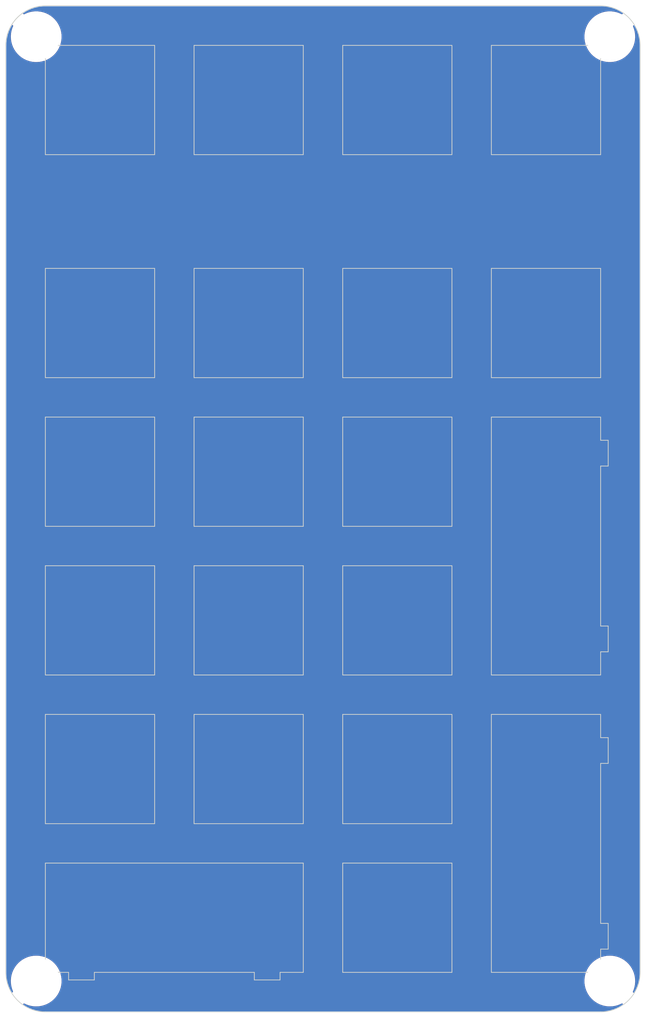
<source format=kicad_pcb>
(kicad_pcb (version 20221018) (generator pcbnew)
  (layers (0 "F.Cu" signal) (31 "B.Cu" signal) (34 "B.Paste" user) (35 "F.Paste" user) (36 "B.SilkS" user "B.Silkscreen") (37 "F.SilkS" user "F.Silkscreen") (38 "B.Mask" user) (39 "F.Mask" user) (44 "Edge.Cuts" user))
  (net 0 "")
  (footprint "" (layer "F.Cu") (at 181.357135 30.7817)
    (fp_text reference "" (at 0 0) (layer "F.SilkS") (effects (font (size 1.27 1.27))))
    (fp_text value "" (at 0 0) (layer "F.SilkS") (effects (font (size 1.27 1.27))))
    (pad "1" np_thru_hole circle (at 0 0 180) (size 6 6) (drill 6) (layers "*.Cu" "*.Mask"))
  )
  (footprint "" (layer "F.Cu") (at 181.357135 151.7817)
    (fp_text reference "" (at 0 0) (layer "F.SilkS") (effects (font (size 1.27 1.27))))
    (fp_text value "" (at 0 0) (layer "F.SilkS") (effects (font (size 1.27 1.27))))
    (pad "1" np_thru_hole circle (at 0 0 180) (size 6 6) (drill 6) (layers "*.Cu" "*.Mask"))
  )
  (footprint "" (layer "F.Cu") (at 107.857135 151.7817)
    (fp_text reference "" (at 0 0) (layer "F.SilkS") (effects (font (size 1.27 1.27))))
    (fp_text value "" (at 0 0) (layer "F.SilkS") (effects (font (size 1.27 1.27))))
    (pad "1" np_thru_hole circle (at 0 0 90) (size 6 6) (drill 6) (layers "*.Cu" "*.Mask"))
  )
  (footprint "" (layer "F.Cu") (at 107.857135 30.7817)
    (fp_text reference "" (at 0 0) (layer "F.SilkS") (effects (font (size 1.27 1.27))))
    (fp_text value "" (at 0 0) (layer "F.SilkS") (effects (font (size 1.27 1.27))))
    (pad "1" np_thru_hole circle (at 0 0 180) (size 6 6) (drill 6) (layers "*.Cu" "*.Mask"))
  )
  (gr_line (start 115.3059 150.66856) (end 135.80695 150.66856) (stroke (width 0.1)) (layer "Edge.Cuts"))
  (gr_line (start 161.13105 131.6186) (end 147.13175 131.6186) (stroke (width 0.1)) (layer "Edge.Cuts"))
  (gr_line (start 147.13175 79.5191) (end 161.13105 79.5191) (stroke (width 0.1)) (layer "Edge.Cuts"))
  (gr_line (start 180.18105 106.2943) (end 180.18105 85.7933) (stroke (width 0.1)) (layer "Edge.Cuts"))
  (gr_line (start 128.08175 131.6186) (end 128.08175 117.6192) (stroke (width 0.1)) (layer "Edge.Cuts"))
  (gr_line (start 139.10605 150.66856) (end 142.08105 150.66856) (stroke (width 0.1)) (layer "Edge.Cuts"))
  (gr_line (start 139.10605 151.6387) (end 139.10605 150.66856) (stroke (width 0.1)) (layer "Edge.Cuts"))
  (gr_line (start 109.0317 117.6192) (end 123.03125 117.6192) (stroke (width 0.1)) (layer "Edge.Cuts"))
  (gr_line (start 103.967135 150.6542) (end 103.967135 31.9092) (stroke (width 0.1)) (layer "Edge.Cuts"))
  (gr_line (start 123.03125 74.4684) (end 109.0317 74.4684) (stroke (width 0.1)) (layer "Edge.Cuts"))
  (gr_line (start 109.0317 60.4691) (end 123.03125 60.4691) (stroke (width 0.1)) (layer "Edge.Cuts"))
  (gr_arc (start 180.167135 26.8292) (mid 183.759237 28.317098) (end 185.247135 31.9092) (stroke (width 0.1)) (layer "Edge.Cuts"))
  (gr_line (start 147.13175 150.66856) (end 147.13175 136.6691) (stroke (width 0.1)) (layer "Edge.Cuts"))
  (gr_line (start 161.13105 31.8942) (end 161.13105 45.8932) (stroke (width 0.1)) (layer "Edge.Cuts"))
  (gr_line (start 142.08105 131.6186) (end 128.08175 131.6186) (stroke (width 0.1)) (layer "Edge.Cuts"))
  (gr_line (start 166.18175 45.8932) (end 166.18175 31.8942) (stroke (width 0.1)) (layer "Edge.Cuts"))
  (gr_line (start 161.13105 112.5684) (end 147.13175 112.5684) (stroke (width 0.1)) (layer "Edge.Cuts"))
  (gr_line (start 135.80695 151.6387) (end 139.10605 151.6387) (stroke (width 0.1)) (layer "Edge.Cuts"))
  (gr_line (start 180.18105 31.8942) (end 180.18105 45.8932) (stroke (width 0.1)) (layer "Edge.Cuts"))
  (gr_line (start 123.03125 31.8942) (end 123.03125 45.8932) (stroke (width 0.1)) (layer "Edge.Cuts"))
  (gr_line (start 147.13175 93.5184) (end 147.13175 79.5191) (stroke (width 0.1)) (layer "Edge.Cuts"))
  (gr_line (start 123.03125 79.5191) (end 123.03125 93.5184) (stroke (width 0.1)) (layer "Edge.Cuts"))
  (gr_line (start 166.18175 112.5684) (end 180.18105 112.5684) (stroke (width 0.1)) (layer "Edge.Cuts"))
  (gr_line (start 123.03125 131.6186) (end 109.0317 131.6186) (stroke (width 0.1)) (layer "Edge.Cuts"))
  (gr_line (start 142.08105 93.5184) (end 128.08175 93.5184) (stroke (width 0.1)) (layer "Edge.Cuts"))
  (gr_line (start 109.0317 31.8942) (end 123.03125 31.8942) (stroke (width 0.1)) (layer "Edge.Cuts"))
  (gr_line (start 142.08105 74.4684) (end 128.08175 74.4684) (stroke (width 0.1)) (layer "Edge.Cuts"))
  (gr_line (start 180.18105 82.4941) (end 180.18105 79.5191) (stroke (width 0.1)) (layer "Edge.Cuts"))
  (gr_line (start 180.18105 147.69339) (end 181.15115 147.69339) (stroke (width 0.1)) (layer "Edge.Cuts"))
  (gr_line (start 166.18175 150.66856) (end 180.18105 150.66856) (stroke (width 0.1)) (layer "Edge.Cuts"))
  (gr_line (start 180.18105 60.4691) (end 180.18105 74.4684) (stroke (width 0.1)) (layer "Edge.Cuts"))
  (gr_line (start 109.047135 26.8292) (end 180.167135 26.8292) (stroke (width 0.1)) (layer "Edge.Cuts"))
  (gr_line (start 109.0317 45.8932) (end 109.0317 31.8942) (stroke (width 0.1)) (layer "Edge.Cuts"))
  (gr_line (start 180.18105 74.4684) (end 166.18175 74.4684) (stroke (width 0.1)) (layer "Edge.Cuts"))
  (gr_line (start 180.18105 109.5935) (end 181.15115 109.5935) (stroke (width 0.1)) (layer "Edge.Cuts"))
  (gr_line (start 161.13105 45.8932) (end 147.13175 45.8932) (stroke (width 0.1)) (layer "Edge.Cuts"))
  (gr_line (start 180.18105 117.6192) (end 166.18175 117.6192) (stroke (width 0.1)) (layer "Edge.Cuts"))
  (gr_line (start 142.08105 150.66856) (end 142.08105 136.6691) (stroke (width 0.1)) (layer "Edge.Cuts"))
  (gr_line (start 180.18105 144.39435) (end 180.18105 123.8933) (stroke (width 0.1)) (layer "Edge.Cuts"))
  (gr_line (start 161.13105 74.4684) (end 147.13175 74.4684) (stroke (width 0.1)) (layer "Edge.Cuts"))
  (gr_line (start 147.13175 112.5684) (end 147.13175 98.5691) (stroke (width 0.1)) (layer "Edge.Cuts"))
  (gr_line (start 112.00689 150.66856) (end 112.00689 151.6387) (stroke (width 0.1)) (layer "Edge.Cuts"))
  (gr_arc (start 103.967135 31.9092) (mid 105.455033 28.317098) (end 109.047135 26.8292) (stroke (width 0.1)) (layer "Edge.Cuts"))
  (gr_line (start 109.0317 74.4684) (end 109.0317 60.4691) (stroke (width 0.1)) (layer "Edge.Cuts"))
  (gr_line (start 147.13175 60.4691) (end 161.13105 60.4691) (stroke (width 0.1)) (layer "Edge.Cuts"))
  (gr_line (start 128.08175 93.5184) (end 128.08175 79.5191) (stroke (width 0.1)) (layer "Edge.Cuts"))
  (gr_line (start 147.13175 74.4684) (end 147.13175 60.4691) (stroke (width 0.1)) (layer "Edge.Cuts"))
  (gr_line (start 128.08175 45.8932) (end 128.08175 31.8942) (stroke (width 0.1)) (layer "Edge.Cuts"))
  (gr_line (start 123.03125 60.4691) (end 123.03125 74.4684) (stroke (width 0.1)) (layer "Edge.Cuts"))
  (gr_line (start 109.0317 112.5684) (end 109.0317 98.5691) (stroke (width 0.1)) (layer "Edge.Cuts"))
  (gr_line (start 181.15115 85.7933) (end 181.15115 82.4941) (stroke (width 0.1)) (layer "Edge.Cuts"))
  (gr_line (start 142.08105 60.4691) (end 142.08105 74.4684) (stroke (width 0.1)) (layer "Edge.Cuts"))
  (gr_line (start 161.13105 79.5191) (end 161.13105 93.5184) (stroke (width 0.1)) (layer "Edge.Cuts"))
  (gr_line (start 180.18105 123.8933) (end 181.15115 123.8933) (stroke (width 0.1)) (layer "Edge.Cuts"))
  (gr_line (start 128.08175 112.5684) (end 128.08175 98.5691) (stroke (width 0.1)) (layer "Edge.Cuts"))
  (gr_line (start 142.08105 112.5684) (end 128.08175 112.5684) (stroke (width 0.1)) (layer "Edge.Cuts"))
  (gr_line (start 166.18175 74.4684) (end 166.18175 60.4691) (stroke (width 0.1)) (layer "Edge.Cuts"))
  (gr_line (start 109.0317 98.5691) (end 123.03125 98.5691) (stroke (width 0.1)) (layer "Edge.Cuts"))
  (gr_line (start 166.18175 117.6192) (end 166.18175 150.66856) (stroke (width 0.1)) (layer "Edge.Cuts"))
  (gr_line (start 135.80695 150.66856) (end 135.80695 151.6387) (stroke (width 0.1)) (layer "Edge.Cuts"))
  (gr_line (start 181.15115 120.5943) (end 180.18105 120.5943) (stroke (width 0.1)) (layer "Edge.Cuts"))
  (gr_line (start 115.3059 151.6387) (end 115.3059 150.66856) (stroke (width 0.1)) (layer "Edge.Cuts"))
  (gr_line (start 123.03125 112.5684) (end 109.0317 112.5684) (stroke (width 0.1)) (layer "Edge.Cuts"))
  (gr_line (start 147.13175 117.6192) (end 161.13105 117.6192) (stroke (width 0.1)) (layer "Edge.Cuts"))
  (gr_line (start 161.13105 150.66856) (end 147.13175 150.66856) (stroke (width 0.1)) (layer "Edge.Cuts"))
  (gr_line (start 181.15115 106.2943) (end 180.18105 106.2943) (stroke (width 0.1)) (layer "Edge.Cuts"))
  (gr_line (start 181.15115 82.4941) (end 180.18105 82.4941) (stroke (width 0.1)) (layer "Edge.Cuts"))
  (gr_arc (start 109.047135 155.7342) (mid 105.455033 154.246302) (end 103.967135 150.6542) (stroke (width 0.1)) (layer "Edge.Cuts"))
  (gr_line (start 142.08105 117.6192) (end 142.08105 131.6186) (stroke (width 0.1)) (layer "Edge.Cuts"))
  (gr_line (start 142.08105 45.8932) (end 128.08175 45.8932) (stroke (width 0.1)) (layer "Edge.Cuts"))
  (gr_line (start 128.08175 98.5691) (end 142.08105 98.5691) (stroke (width 0.1)) (layer "Edge.Cuts"))
  (gr_line (start 128.08175 79.5191) (end 142.08105 79.5191) (stroke (width 0.1)) (layer "Edge.Cuts"))
  (gr_line (start 166.18175 79.5191) (end 166.18175 112.5684) (stroke (width 0.1)) (layer "Edge.Cuts"))
  (gr_line (start 142.08105 136.6691) (end 109.0317 136.6691) (stroke (width 0.1)) (layer "Edge.Cuts"))
  (gr_arc (start 185.247135 150.6542) (mid 183.759237 154.246302) (end 180.167135 155.7342) (stroke (width 0.1)) (layer "Edge.Cuts"))
  (gr_line (start 128.08175 74.4684) (end 128.08175 60.4691) (stroke (width 0.1)) (layer "Edge.Cuts"))
  (gr_line (start 147.13175 98.5691) (end 161.13105 98.5691) (stroke (width 0.1)) (layer "Edge.Cuts"))
  (gr_line (start 180.18105 150.66856) (end 180.18105 147.69339) (stroke (width 0.1)) (layer "Edge.Cuts"))
  (gr_line (start 123.03125 117.6192) (end 123.03125 131.6186) (stroke (width 0.1)) (layer "Edge.Cuts"))
  (gr_line (start 181.15115 123.8933) (end 181.15115 120.5943) (stroke (width 0.1)) (layer "Edge.Cuts"))
  (gr_line (start 180.167135 155.7342) (end 109.047135 155.7342) (stroke (width 0.1)) (layer "Edge.Cuts"))
  (gr_line (start 185.247135 31.9092) (end 185.247135 150.6542) (stroke (width 0.1)) (layer "Edge.Cuts"))
  (gr_line (start 109.0317 150.66856) (end 112.00689 150.66856) (stroke (width 0.1)) (layer "Edge.Cuts"))
  (gr_line (start 128.08175 31.8942) (end 142.08105 31.8942) (stroke (width 0.1)) (layer "Edge.Cuts"))
  (gr_line (start 109.047135 26.8292) (end 180.167135 26.8292) (stroke (width 0.1)) (layer "Edge.Cuts"))
  (gr_line (start 147.13175 136.6691) (end 161.13105 136.6691) (stroke (width 0.1)) (layer "Edge.Cuts"))
  (gr_line (start 161.13105 60.4691) (end 161.13105 74.4684) (stroke (width 0.1)) (layer "Edge.Cuts"))
  (gr_line (start 142.08105 79.5191) (end 142.08105 93.5184) (stroke (width 0.1)) (layer "Edge.Cuts"))
  (gr_line (start 166.18175 60.4691) (end 180.18105 60.4691) (stroke (width 0.1)) (layer "Edge.Cuts"))
  (gr_line (start 109.0317 131.6186) (end 109.0317 117.6192) (stroke (width 0.1)) (layer "Edge.Cuts"))
  (gr_line (start 142.08105 31.8942) (end 142.08105 45.8932) (stroke (width 0.1)) (layer "Edge.Cuts"))
  (gr_line (start 109.0317 79.5191) (end 123.03125 79.5191) (stroke (width 0.1)) (layer "Edge.Cuts"))
  (gr_line (start 180.18105 85.7933) (end 181.15115 85.7933) (stroke (width 0.1)) (layer "Edge.Cuts"))
  (gr_line (start 180.18105 120.5943) (end 180.18105 117.6192) (stroke (width 0.1)) (layer "Edge.Cuts"))
  (gr_line (start 181.15115 109.5935) (end 181.15115 106.2943) (stroke (width 0.1)) (layer "Edge.Cuts"))
  (gr_line (start 147.13175 131.6186) (end 147.13175 117.6192) (stroke (width 0.1)) (layer "Edge.Cuts"))
  (gr_line (start 180.18105 112.5684) (end 180.18105 109.5935) (stroke (width 0.1)) (layer "Edge.Cuts"))
  (gr_line (start 180.18105 79.5191) (end 166.18175 79.5191) (stroke (width 0.1)) (layer "Edge.Cuts"))
  (gr_line (start 128.08175 117.6192) (end 142.08105 117.6192) (stroke (width 0.1)) (layer "Edge.Cuts"))
  (gr_line (start 123.03125 98.5691) (end 123.03125 112.5684) (stroke (width 0.1)) (layer "Edge.Cuts"))
  (gr_line (start 123.03125 45.8932) (end 109.0317 45.8932) (stroke (width 0.1)) (layer "Edge.Cuts"))
  (gr_line (start 161.13105 98.5691) (end 161.13105 112.5684) (stroke (width 0.1)) (layer "Edge.Cuts"))
  (gr_line (start 142.08105 98.5691) (end 142.08105 112.5684) (stroke (width 0.1)) (layer "Edge.Cuts"))
  (gr_line (start 161.13105 136.6691) (end 161.13105 150.66856) (stroke (width 0.1)) (layer "Edge.Cuts"))
  (gr_line (start 147.13175 45.8932) (end 147.13175 31.8942) (stroke (width 0.1)) (layer "Edge.Cuts"))
  (gr_line (start 147.13175 31.8942) (end 161.13105 31.8942) (stroke (width 0.1)) (layer "Edge.Cuts"))
  (gr_arc (start 103.967135 31.9092) (mid 105.455033 28.317098) (end 109.047135 26.8292) (stroke (width 0.1)) (layer "Edge.Cuts"))
  (gr_line (start 109.0317 93.5184) (end 109.0317 79.5191) (stroke (width 0.1)) (layer "Edge.Cuts"))
  (gr_line (start 181.15115 147.69339) (end 181.15115 144.39435) (stroke (width 0.1)) (layer "Edge.Cuts"))
  (gr_line (start 180.18105 45.8932) (end 166.18175 45.8932) (stroke (width 0.1)) (layer "Edge.Cuts"))
  (gr_line (start 109.0317 136.6691) (end 109.0317 150.66856) (stroke (width 0.1)) (layer "Edge.Cuts"))
  (gr_line (start 181.15115 144.39435) (end 180.18105 144.39435) (stroke (width 0.1)) (layer "Edge.Cuts"))
  (gr_line (start 112.00689 151.6387) (end 115.3059 151.6387) (stroke (width 0.1)) (layer "Edge.Cuts"))
  (gr_line (start 166.18175 31.8942) (end 180.18105 31.8942) (stroke (width 0.1)) (layer "Edge.Cuts"))
  (gr_line (start 128.08175 60.4691) (end 142.08105 60.4691) (stroke (width 0.1)) (layer "Edge.Cuts"))
  (gr_line (start 161.13105 117.6192) (end 161.13105 131.6186) (stroke (width 0.1)) (layer "Edge.Cuts"))
  (gr_line (start 161.13105 93.5184) (end 147.13175 93.5184) (stroke (width 0.1)) (layer "Edge.Cuts"))
  (gr_line (start 123.03125 93.5184) (end 109.0317 93.5184) (stroke (width 0.1)) (layer "Edge.Cuts"))
  (zone (net 0) (net_name "") (layers "F&B.Cu") (connect_pads yes (clearance 0)) (min_thickness 0.25) (fill yes (thermal_gap 0.5) (thermal_bridge_width 0.5) (island_removal_mode 1) (island_area_min 10))
    (polygon (pts (xy 103.332135 26.1942) (xy 103.332135 157.16295) (xy 185.882135 157.16295) (xy 185.882135 26.1942)))
  )
)
</source>
